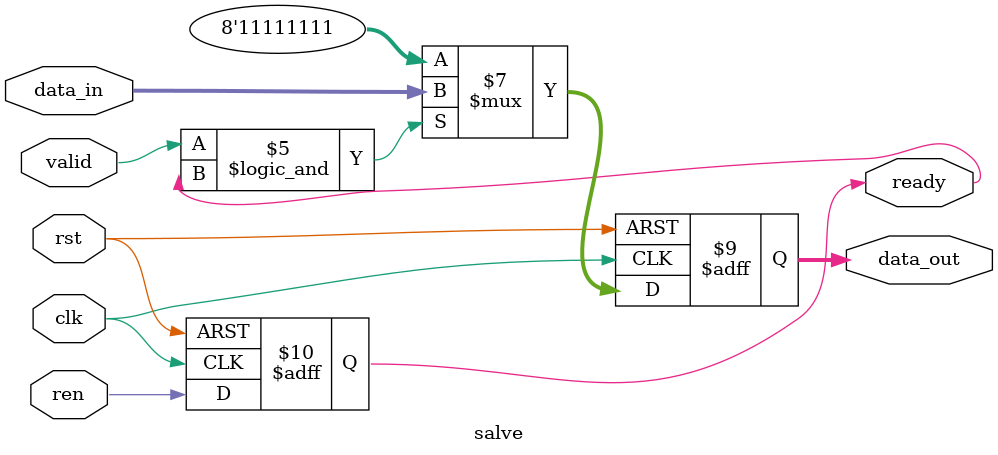
<source format=v>
`timescale 1ns / 1ps


module salve#( parameter L= 8)(
	input clk,
	input rst,
	input ren,
	input valid,
	output reg ready,
	input [L-1:0] data_in,
	output reg [L-1:0] data_out
	
);
always @(posedge clk or negedge rst) begin
		if (!rst) begin
			ready <= 1'b0;
		end
		else begin
			ready <=  ren;
		end
	end
always @(posedge clk or negedge rst) begin
		if (!rst) 
			data_out <= {L{1'b0}};
		  else if (valid && ready) 
			data_out <= data_in;
		else 
            data_out <= {L{1'b1}};
		end
endmodule

</source>
